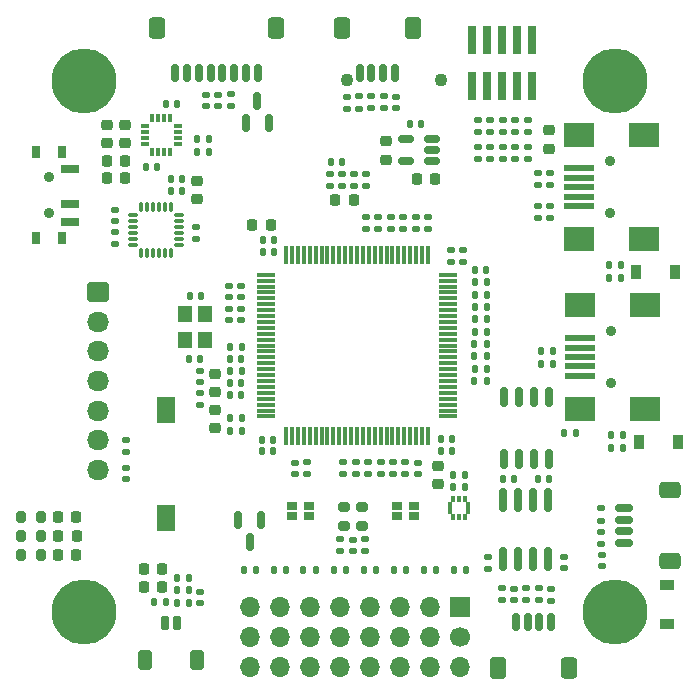
<source format=gts>
G04 #@! TF.GenerationSoftware,KiCad,Pcbnew,(6.0.1)*
G04 #@! TF.CreationDate,2022-07-12T15:15:51+02:00*
G04 #@! TF.ProjectId,flightController,666c6967-6874-4436-9f6e-74726f6c6c65,1.0*
G04 #@! TF.SameCoordinates,Original*
G04 #@! TF.FileFunction,Soldermask,Top*
G04 #@! TF.FilePolarity,Negative*
%FSLAX46Y46*%
G04 Gerber Fmt 4.6, Leading zero omitted, Abs format (unit mm)*
G04 Created by KiCad (PCBNEW (6.0.1)) date 2022-07-12 15:15:51*
%MOMM*%
%LPD*%
G01*
G04 APERTURE LIST*
G04 Aperture macros list*
%AMRoundRect*
0 Rectangle with rounded corners*
0 $1 Rounding radius*
0 $2 $3 $4 $5 $6 $7 $8 $9 X,Y pos of 4 corners*
0 Add a 4 corners polygon primitive as box body*
4,1,4,$2,$3,$4,$5,$6,$7,$8,$9,$2,$3,0*
0 Add four circle primitives for the rounded corners*
1,1,$1+$1,$2,$3*
1,1,$1+$1,$4,$5*
1,1,$1+$1,$6,$7*
1,1,$1+$1,$8,$9*
0 Add four rect primitives between the rounded corners*
20,1,$1+$1,$2,$3,$4,$5,0*
20,1,$1+$1,$4,$5,$6,$7,0*
20,1,$1+$1,$6,$7,$8,$9,0*
20,1,$1+$1,$8,$9,$2,$3,0*%
G04 Aperture macros list end*
%ADD10RoundRect,0.150000X-0.150000X0.675000X-0.150000X-0.675000X0.150000X-0.675000X0.150000X0.675000X0*%
%ADD11RoundRect,0.135000X0.135000X0.185000X-0.135000X0.185000X-0.135000X-0.185000X0.135000X-0.185000X0*%
%ADD12RoundRect,0.135000X-0.185000X0.135000X-0.185000X-0.135000X0.185000X-0.135000X0.185000X0.135000X0*%
%ADD13RoundRect,0.135000X-0.135000X-0.185000X0.135000X-0.185000X0.135000X0.185000X-0.135000X0.185000X0*%
%ADD14RoundRect,0.135000X0.185000X-0.135000X0.185000X0.135000X-0.185000X0.135000X-0.185000X-0.135000X0*%
%ADD15C,5.500000*%
%ADD16RoundRect,0.140000X-0.140000X-0.170000X0.140000X-0.170000X0.140000X0.170000X-0.140000X0.170000X0*%
%ADD17R,0.740000X2.400000*%
%ADD18RoundRect,0.140000X0.170000X-0.140000X0.170000X0.140000X-0.170000X0.140000X-0.170000X-0.140000X0*%
%ADD19RoundRect,0.225000X0.225000X0.250000X-0.225000X0.250000X-0.225000X-0.250000X0.225000X-0.250000X0*%
%ADD20RoundRect,0.218750X-0.218750X-0.256250X0.218750X-0.256250X0.218750X0.256250X-0.218750X0.256250X0*%
%ADD21RoundRect,0.218750X0.256250X-0.218750X0.256250X0.218750X-0.256250X0.218750X-0.256250X-0.218750X0*%
%ADD22RoundRect,0.140000X0.140000X0.170000X-0.140000X0.170000X-0.140000X-0.170000X0.140000X-0.170000X0*%
%ADD23RoundRect,0.150000X-0.150000X0.587500X-0.150000X-0.587500X0.150000X-0.587500X0.150000X0.587500X0*%
%ADD24R,0.750000X0.300000*%
%ADD25R,0.300000X0.750000*%
%ADD26RoundRect,0.200000X0.275000X-0.200000X0.275000X0.200000X-0.275000X0.200000X-0.275000X-0.200000X0*%
%ADD27R,1.600000X2.180000*%
%ADD28RoundRect,0.225000X0.250000X-0.225000X0.250000X0.225000X-0.250000X0.225000X-0.250000X-0.225000X0*%
%ADD29RoundRect,0.150000X-0.150000X0.825000X-0.150000X-0.825000X0.150000X-0.825000X0.150000X0.825000X0*%
%ADD30RoundRect,0.150000X0.512500X0.150000X-0.512500X0.150000X-0.512500X-0.150000X0.512500X-0.150000X0*%
%ADD31RoundRect,0.250000X-0.675000X0.600000X-0.675000X-0.600000X0.675000X-0.600000X0.675000X0.600000X0*%
%ADD32O,1.850000X1.700000*%
%ADD33RoundRect,0.140000X-0.170000X0.140000X-0.170000X-0.140000X0.170000X-0.140000X0.170000X0.140000X0*%
%ADD34R,0.900000X0.650000*%
%ADD35RoundRect,0.150000X0.150000X0.625000X-0.150000X0.625000X-0.150000X-0.625000X0.150000X-0.625000X0*%
%ADD36RoundRect,0.291666X0.408334X0.608334X-0.408334X0.608334X-0.408334X-0.608334X0.408334X-0.608334X0*%
%ADD37RoundRect,0.150000X0.625000X-0.150000X0.625000X0.150000X-0.625000X0.150000X-0.625000X-0.150000X0*%
%ADD38RoundRect,0.291666X0.608334X-0.408334X0.608334X0.408334X-0.608334X0.408334X-0.608334X-0.408334X0*%
%ADD39RoundRect,0.075000X0.075000X-0.350000X0.075000X0.350000X-0.075000X0.350000X-0.075000X-0.350000X0*%
%ADD40RoundRect,0.075000X0.350000X0.075000X-0.350000X0.075000X-0.350000X-0.075000X0.350000X-0.075000X0*%
%ADD41RoundRect,0.075000X-0.725000X-0.075000X0.725000X-0.075000X0.725000X0.075000X-0.725000X0.075000X0*%
%ADD42RoundRect,0.075000X-0.075000X-0.725000X0.075000X-0.725000X0.075000X0.725000X-0.075000X0.725000X0*%
%ADD43R,1.200000X1.400000*%
%ADD44RoundRect,0.150000X-0.150000X-0.475000X0.150000X-0.475000X0.150000X0.475000X-0.150000X0.475000X0*%
%ADD45RoundRect,0.312500X-0.312500X-0.537500X0.312500X-0.537500X0.312500X0.537500X-0.312500X0.537500X0*%
%ADD46RoundRect,0.150000X-0.150000X-0.625000X0.150000X-0.625000X0.150000X0.625000X-0.150000X0.625000X0*%
%ADD47RoundRect,0.291666X-0.408334X-0.620834X0.408334X-0.620834X0.408334X0.620834X-0.408334X0.620834X0*%
%ADD48RoundRect,0.291666X-0.408334X-0.608334X0.408334X-0.608334X0.408334X0.608334X-0.408334X0.608334X0*%
%ADD49RoundRect,0.291666X0.408334X0.620834X-0.408334X0.620834X-0.408334X-0.620834X0.408334X-0.620834X0*%
%ADD50RoundRect,0.225000X-0.225000X-0.250000X0.225000X-0.250000X0.225000X0.250000X-0.225000X0.250000X0*%
%ADD51R,1.200000X0.900000*%
%ADD52R,0.900000X1.200000*%
%ADD53RoundRect,0.007000X0.168000X-0.183000X0.168000X0.183000X-0.168000X0.183000X-0.168000X-0.183000X0*%
%ADD54R,1.700000X1.700000*%
%ADD55O,1.700000X1.700000*%
%ADD56C,0.900000*%
%ADD57R,2.500000X0.500000*%
%ADD58R,2.500000X2.000000*%
%ADD59C,1.700000*%
%ADD60RoundRect,0.150000X0.150000X-0.587500X0.150000X0.587500X-0.150000X0.587500X-0.150000X-0.587500X0*%
%ADD61RoundRect,0.200000X0.200000X0.275000X-0.200000X0.275000X-0.200000X-0.275000X0.200000X-0.275000X0*%
%ADD62R,0.800000X1.000000*%
%ADD63R,1.500000X0.700000*%
%ADD64RoundRect,0.225000X-0.250000X0.225000X-0.250000X-0.225000X0.250000X-0.225000X0.250000X0.225000X0*%
%ADD65C,1.100000*%
G04 APERTURE END LIST*
D10*
X115365000Y-109820000D03*
X114095000Y-109820000D03*
X112825000Y-109820000D03*
X111555000Y-109820000D03*
X111555000Y-115070000D03*
X112825000Y-115070000D03*
X114095000Y-115070000D03*
X115365000Y-115070000D03*
D11*
X105840000Y-124450000D03*
X104820000Y-124450000D03*
D12*
X111400000Y-125980000D03*
X111400000Y-127000000D03*
D13*
X89550000Y-124450000D03*
X90570000Y-124450000D03*
X92120000Y-124450000D03*
X93140000Y-124450000D03*
D11*
X95640000Y-124450000D03*
X94620000Y-124450000D03*
X98190000Y-124450000D03*
X97170000Y-124450000D03*
D13*
X99720000Y-124450000D03*
X100740000Y-124450000D03*
D14*
X109400000Y-89670000D03*
X109400000Y-88650000D03*
D11*
X103290000Y-124450000D03*
X102270000Y-124450000D03*
D14*
X110450000Y-89670000D03*
X110450000Y-88650000D03*
X111500000Y-89670000D03*
X111500000Y-88650000D03*
D11*
X107370000Y-124450000D03*
X108390000Y-124450000D03*
D14*
X112550000Y-89670000D03*
X112550000Y-88650000D03*
X113600000Y-89660000D03*
X113600000Y-88640000D03*
D13*
X114750000Y-107000000D03*
X115770000Y-107000000D03*
X114750000Y-105900000D03*
X115770000Y-105900000D03*
X116680000Y-112850000D03*
X117700000Y-112850000D03*
D12*
X115500000Y-90830000D03*
X115500000Y-91850000D03*
D14*
X114450000Y-94670000D03*
X114450000Y-93650000D03*
D12*
X114450000Y-90830000D03*
X114450000Y-91850000D03*
D14*
X115500000Y-94670000D03*
X115500000Y-93650000D03*
X99050000Y-116340000D03*
X99050000Y-115320000D03*
D15*
X76000000Y-128020000D03*
D16*
X107300000Y-117395480D03*
X108260000Y-117395480D03*
D17*
X114005000Y-79575000D03*
X114005000Y-83475000D03*
X112735000Y-79575000D03*
X112735000Y-83475000D03*
X111465000Y-79575000D03*
X111465000Y-83475000D03*
X110195000Y-79575000D03*
X110195000Y-83475000D03*
X108925000Y-79575000D03*
X108925000Y-83475000D03*
D13*
X81930000Y-127170000D03*
X82950000Y-127170000D03*
D16*
X83367500Y-92325000D03*
X84327500Y-92325000D03*
D18*
X85830000Y-108515000D03*
X85830000Y-107555000D03*
D19*
X105770000Y-91300000D03*
X104220000Y-91300000D03*
D11*
X84920000Y-126140000D03*
X83900000Y-126140000D03*
D20*
X97325000Y-93100000D03*
X98900000Y-93100000D03*
D12*
X112550000Y-86330000D03*
X112550000Y-87350000D03*
D21*
X115400000Y-88790000D03*
X115400000Y-87215000D03*
D14*
X102200000Y-116340000D03*
X102200000Y-115320000D03*
D22*
X89360000Y-109630000D03*
X88400000Y-109630000D03*
D16*
X96925000Y-89880000D03*
X97885000Y-89880000D03*
D23*
X91000000Y-120200000D03*
X89100000Y-120200000D03*
X90050000Y-122075000D03*
D24*
X84025000Y-88330000D03*
X84025000Y-87830000D03*
X84025000Y-87330000D03*
X84025000Y-86830000D03*
D25*
X83325000Y-86130000D03*
X82825000Y-86130000D03*
X82325000Y-86130000D03*
X81825000Y-86130000D03*
D24*
X81175000Y-86830000D03*
X81175000Y-87330000D03*
X81175000Y-87830000D03*
X81175000Y-88330000D03*
D25*
X81825000Y-89030000D03*
X82325000Y-89030000D03*
X82825000Y-89030000D03*
X83325000Y-89030000D03*
D26*
X99575000Y-120725000D03*
X99575000Y-119075000D03*
D27*
X82950000Y-110845000D03*
X82950000Y-120025000D03*
D16*
X106240000Y-113365000D03*
X107200000Y-113365000D03*
D18*
X89345000Y-103270000D03*
X89345000Y-102310000D03*
D28*
X85602500Y-93050000D03*
X85602500Y-91500000D03*
D29*
X115350000Y-118540000D03*
X114080000Y-118540000D03*
X112810000Y-118540000D03*
X111540000Y-118540000D03*
X111540000Y-123490000D03*
X112810000Y-123490000D03*
X114080000Y-123490000D03*
X115350000Y-123490000D03*
D22*
X92050000Y-113385000D03*
X91090000Y-113385000D03*
D12*
X113600000Y-86330000D03*
X113600000Y-87350000D03*
D30*
X105535000Y-89800000D03*
X105535000Y-88850000D03*
X105535000Y-87900000D03*
X103260000Y-87900000D03*
X103260000Y-89800000D03*
D31*
X77200000Y-100930000D03*
D32*
X77200000Y-103430000D03*
X77200000Y-105930000D03*
X77200000Y-108430000D03*
X77200000Y-110930000D03*
X77200000Y-113430000D03*
X77200000Y-115930000D03*
D12*
X99920000Y-94520000D03*
X99920000Y-95540000D03*
D11*
X110115000Y-106325000D03*
X109095000Y-106325000D03*
X89422500Y-111600000D03*
X88402500Y-111600000D03*
X110115000Y-105285000D03*
X109095000Y-105285000D03*
D18*
X88345000Y-103270000D03*
X88345000Y-102310000D03*
D33*
X85890000Y-126270000D03*
X85890000Y-127230000D03*
D28*
X101600000Y-89700000D03*
X101600000Y-88150000D03*
D22*
X89360000Y-108610000D03*
X88400000Y-108610000D03*
D34*
X93650000Y-119875000D03*
X93650000Y-119025000D03*
X95100000Y-119025000D03*
X95100000Y-119875000D03*
D16*
X109150000Y-99040000D03*
X110110000Y-99040000D03*
D14*
X98000000Y-116340000D03*
X98000000Y-115320000D03*
X100100000Y-116340000D03*
X100100000Y-115320000D03*
D12*
X96875000Y-90875000D03*
X96875000Y-91895000D03*
D35*
X90750000Y-82375000D03*
X89750000Y-82375000D03*
X88750000Y-82375000D03*
X87750000Y-82375000D03*
X86750000Y-82375000D03*
X85750000Y-82375000D03*
X84750000Y-82375000D03*
X83750000Y-82375000D03*
D36*
X82250000Y-78500000D03*
X92250000Y-78500000D03*
D13*
X85600000Y-89025000D03*
X86620000Y-89025000D03*
D22*
X85877500Y-106525000D03*
X84917500Y-106525000D03*
D18*
X78650000Y-94875000D03*
X78650000Y-93915000D03*
D37*
X121780000Y-122160000D03*
X121780000Y-121160000D03*
X121780000Y-120160000D03*
X121780000Y-119160000D03*
D38*
X125655000Y-117660000D03*
X125655000Y-123660000D03*
D22*
X83910000Y-84950000D03*
X82950000Y-84950000D03*
D12*
X94907500Y-115315000D03*
X94907500Y-116335000D03*
D20*
X73825000Y-123120000D03*
X75400000Y-123120000D03*
X77945000Y-89765000D03*
X79520000Y-89765000D03*
D18*
X98900000Y-91880000D03*
X98900000Y-90920000D03*
D21*
X87152500Y-112425000D03*
X87152500Y-110850000D03*
D13*
X109110000Y-100070000D03*
X110130000Y-100070000D03*
D39*
X80867500Y-97575000D03*
X81367500Y-97575000D03*
X81867500Y-97575000D03*
X82367500Y-97575000D03*
X82867500Y-97575000D03*
X83367500Y-97575000D03*
D40*
X84067500Y-96875000D03*
X84067500Y-96375000D03*
X84067500Y-95875000D03*
X84067500Y-95375000D03*
X84067500Y-94875000D03*
X84067500Y-94375000D03*
D39*
X83367500Y-93675000D03*
X82867500Y-93675000D03*
X82367500Y-93675000D03*
X81867500Y-93675000D03*
X81367500Y-93675000D03*
X80867500Y-93675000D03*
D40*
X80167500Y-94375000D03*
X80167500Y-94875000D03*
X80167500Y-95375000D03*
X80167500Y-95875000D03*
X80167500Y-96375000D03*
X80167500Y-96875000D03*
D22*
X92110000Y-97530000D03*
X91150000Y-97530000D03*
D12*
X110200000Y-123300000D03*
X110200000Y-124320000D03*
D19*
X91835000Y-95255000D03*
X90285000Y-95255000D03*
D20*
X73827500Y-121520000D03*
X75402500Y-121520000D03*
D18*
X99950000Y-91880000D03*
X99950000Y-90920000D03*
D16*
X85002500Y-101225000D03*
X85962500Y-101225000D03*
D12*
X98265000Y-84355000D03*
X98265000Y-85375000D03*
D22*
X92110000Y-96530000D03*
X91150000Y-96530000D03*
D14*
X88450000Y-85175000D03*
X88450000Y-84155000D03*
D41*
X91475000Y-99430000D03*
X91475000Y-99930000D03*
X91475000Y-100430000D03*
X91475000Y-100930000D03*
X91475000Y-101430000D03*
X91475000Y-101930000D03*
X91475000Y-102430000D03*
X91475000Y-102930000D03*
X91475000Y-103430000D03*
X91475000Y-103930000D03*
X91475000Y-104430000D03*
X91475000Y-104930000D03*
X91475000Y-105430000D03*
X91475000Y-105930000D03*
X91475000Y-106430000D03*
X91475000Y-106930000D03*
X91475000Y-107430000D03*
X91475000Y-107930000D03*
X91475000Y-108430000D03*
X91475000Y-108930000D03*
X91475000Y-109430000D03*
X91475000Y-109930000D03*
X91475000Y-110430000D03*
X91475000Y-110930000D03*
X91475000Y-111430000D03*
D42*
X93150000Y-113105000D03*
X93650000Y-113105000D03*
X94150000Y-113105000D03*
X94650000Y-113105000D03*
X95150000Y-113105000D03*
X95650000Y-113105000D03*
X96150000Y-113105000D03*
X96650000Y-113105000D03*
X97150000Y-113105000D03*
X97650000Y-113105000D03*
X98150000Y-113105000D03*
X98650000Y-113105000D03*
X99150000Y-113105000D03*
X99650000Y-113105000D03*
X100150000Y-113105000D03*
X100650000Y-113105000D03*
X101150000Y-113105000D03*
X101650000Y-113105000D03*
X102150000Y-113105000D03*
X102650000Y-113105000D03*
X103150000Y-113105000D03*
X103650000Y-113105000D03*
X104150000Y-113105000D03*
X104650000Y-113105000D03*
X105150000Y-113105000D03*
D41*
X106825000Y-111430000D03*
X106825000Y-110930000D03*
X106825000Y-110430000D03*
X106825000Y-109930000D03*
X106825000Y-109430000D03*
X106825000Y-108930000D03*
X106825000Y-108430000D03*
X106825000Y-107930000D03*
X106825000Y-107430000D03*
X106825000Y-106930000D03*
X106825000Y-106430000D03*
X106825000Y-105930000D03*
X106825000Y-105430000D03*
X106825000Y-104930000D03*
X106825000Y-104430000D03*
X106825000Y-103930000D03*
X106825000Y-103430000D03*
X106825000Y-102930000D03*
X106825000Y-102430000D03*
X106825000Y-101930000D03*
X106825000Y-101430000D03*
X106825000Y-100930000D03*
X106825000Y-100430000D03*
X106825000Y-99930000D03*
X106825000Y-99430000D03*
D42*
X105150000Y-97755000D03*
X104650000Y-97755000D03*
X104150000Y-97755000D03*
X103650000Y-97755000D03*
X103150000Y-97755000D03*
X102650000Y-97755000D03*
X102150000Y-97755000D03*
X101650000Y-97755000D03*
X101150000Y-97755000D03*
X100650000Y-97755000D03*
X100150000Y-97755000D03*
X99650000Y-97755000D03*
X99150000Y-97755000D03*
X98650000Y-97755000D03*
X98150000Y-97755000D03*
X97650000Y-97755000D03*
X97150000Y-97755000D03*
X96650000Y-97755000D03*
X96150000Y-97755000D03*
X95650000Y-97755000D03*
X95150000Y-97755000D03*
X94650000Y-97755000D03*
X94150000Y-97755000D03*
X93650000Y-97755000D03*
X93150000Y-97755000D03*
D33*
X98790000Y-121865000D03*
X98790000Y-122825000D03*
D43*
X84600000Y-102780000D03*
X84600000Y-104980000D03*
X86300000Y-104980000D03*
X86300000Y-102780000D03*
D18*
X79550000Y-116750000D03*
X79550000Y-115790000D03*
D11*
X121700000Y-113030000D03*
X120680000Y-113030000D03*
D18*
X89370000Y-101340000D03*
X89370000Y-100380000D03*
D12*
X104125000Y-94535000D03*
X104125000Y-95555000D03*
D34*
X102500000Y-119870000D03*
X102500000Y-119020000D03*
X103950000Y-119020000D03*
X103950000Y-119870000D03*
D14*
X103070000Y-95550000D03*
X103070000Y-94530000D03*
D13*
X83900000Y-127190000D03*
X84920000Y-127190000D03*
D15*
X121000000Y-128020000D03*
D44*
X82900000Y-128905000D03*
X83900000Y-128905000D03*
D45*
X85600000Y-132030000D03*
X81200000Y-132030000D03*
D46*
X112600000Y-128825000D03*
X113600000Y-128825000D03*
X114600000Y-128825000D03*
X115600000Y-128825000D03*
D47*
X111100000Y-132700000D03*
D48*
X117100000Y-132700000D03*
D33*
X93860000Y-115360000D03*
X93860000Y-116320000D03*
D18*
X107120000Y-98335000D03*
X107120000Y-97375000D03*
X112450000Y-127000000D03*
X112450000Y-126040000D03*
D12*
X109400000Y-86330000D03*
X109400000Y-87350000D03*
D22*
X115410000Y-116700000D03*
X114450000Y-116700000D03*
X92055000Y-114385000D03*
X91095000Y-114385000D03*
D18*
X102465000Y-85325000D03*
X102465000Y-84365000D03*
D16*
X103620000Y-86650000D03*
X104580000Y-86650000D03*
D21*
X105995000Y-117170480D03*
X105995000Y-115595480D03*
D35*
X102375000Y-82375000D03*
X101375000Y-82375000D03*
X100375000Y-82375000D03*
X99375000Y-82375000D03*
D49*
X103875000Y-78500000D03*
D36*
X97875000Y-78500000D03*
D13*
X109110000Y-101110000D03*
X110130000Y-101110000D03*
D20*
X77952500Y-91275000D03*
X79527500Y-91275000D03*
D13*
X88380000Y-107580000D03*
X89400000Y-107580000D03*
D33*
X85527500Y-95425000D03*
X85527500Y-96385000D03*
D18*
X116710000Y-124300000D03*
X116710000Y-123340000D03*
D11*
X110120000Y-104245000D03*
X109100000Y-104245000D03*
D16*
X111520000Y-116700000D03*
X112480000Y-116700000D03*
D33*
X97875000Y-90925000D03*
X97875000Y-91885000D03*
D12*
X102020000Y-94530000D03*
X102020000Y-95550000D03*
D50*
X81100000Y-125870000D03*
X82650000Y-125870000D03*
D51*
X125375000Y-125700000D03*
X125375000Y-129000000D03*
D22*
X89370000Y-106550000D03*
X88410000Y-106550000D03*
D18*
X108120000Y-98335000D03*
X108120000Y-97375000D03*
D52*
X126300000Y-113630000D03*
X123000000Y-113630000D03*
D13*
X83920000Y-125080000D03*
X84940000Y-125080000D03*
D12*
X113500000Y-125990000D03*
X113500000Y-127010000D03*
X111500000Y-86330000D03*
X111500000Y-87350000D03*
D14*
X101150000Y-116340000D03*
X101150000Y-115320000D03*
D11*
X110125000Y-107375000D03*
X109105000Y-107375000D03*
D53*
X107040000Y-118955480D03*
X107040000Y-119455480D03*
X107305000Y-119970480D03*
X107805000Y-119970480D03*
X108305000Y-119970480D03*
X108570000Y-119455480D03*
X108570000Y-118955480D03*
X108305000Y-118440480D03*
X107805000Y-118440480D03*
X107305000Y-118440480D03*
D16*
X107310000Y-116365480D03*
X108270000Y-116365480D03*
D14*
X97740000Y-122845000D03*
X97740000Y-121825000D03*
D54*
X107835000Y-127600000D03*
D55*
X105295000Y-127600000D03*
X102755000Y-127600000D03*
X100215000Y-127600000D03*
X97675000Y-127600000D03*
X95135000Y-127600000D03*
X92595000Y-127600000D03*
X90055000Y-127600000D03*
D20*
X73825000Y-119920000D03*
X75400000Y-119920000D03*
D56*
X120625000Y-104200000D03*
X120625000Y-108600000D03*
D57*
X118025000Y-108000000D03*
X118025000Y-107200000D03*
X118025000Y-106400000D03*
X118025000Y-105600000D03*
X118025000Y-104800000D03*
D58*
X118025000Y-110800000D03*
X123525000Y-102000000D03*
X118025000Y-102000000D03*
X123525000Y-110800000D03*
D18*
X85825000Y-110435000D03*
X85825000Y-109475000D03*
D33*
X86325000Y-84175000D03*
X86325000Y-85135000D03*
D11*
X110115000Y-108415000D03*
X109095000Y-108415000D03*
D59*
X107845000Y-130110000D03*
D55*
X107845000Y-132650000D03*
X105305000Y-130110000D03*
X105305000Y-132650000D03*
X102765000Y-130110000D03*
X102765000Y-132650000D03*
X100225000Y-130110000D03*
X100225000Y-132650000D03*
X97685000Y-130110000D03*
X97685000Y-132650000D03*
X95145000Y-130110000D03*
X95145000Y-132650000D03*
X92605000Y-130110000D03*
X92605000Y-132650000D03*
X90065000Y-130110000D03*
X90065000Y-132650000D03*
D18*
X119860000Y-124130000D03*
X119860000Y-123170000D03*
D56*
X120565000Y-89830000D03*
X120565000Y-94230000D03*
D57*
X117965000Y-93630000D03*
X117965000Y-92830000D03*
X117965000Y-92030000D03*
X117965000Y-91230000D03*
X117965000Y-90430000D03*
D58*
X123465000Y-87630000D03*
X117965000Y-87630000D03*
X123465000Y-96430000D03*
X117965000Y-96430000D03*
D12*
X115600000Y-126010000D03*
X115600000Y-127030000D03*
D16*
X106240000Y-114365000D03*
X107200000Y-114365000D03*
D13*
X120490000Y-99730000D03*
X121510000Y-99730000D03*
D26*
X98050000Y-120725000D03*
X98050000Y-119075000D03*
D60*
X89775000Y-86575000D03*
X91675000Y-86575000D03*
X90725000Y-84700000D03*
D11*
X89422500Y-112675000D03*
X88402500Y-112675000D03*
D12*
X99810000Y-121825000D03*
X99810000Y-122845000D03*
D61*
X72385000Y-123120000D03*
X70735000Y-123120000D03*
D11*
X121500000Y-98630000D03*
X120480000Y-98630000D03*
X110120000Y-103195000D03*
X109100000Y-103195000D03*
D13*
X85600000Y-87975000D03*
X86620000Y-87975000D03*
D61*
X72385000Y-121520000D03*
X70735000Y-121520000D03*
D56*
X73070000Y-94190000D03*
D62*
X71970000Y-89040000D03*
D56*
X73070000Y-91190000D03*
D62*
X74180000Y-96340000D03*
X71970000Y-96340000D03*
X74180000Y-89040000D03*
D63*
X74830000Y-90440000D03*
X74830000Y-93440000D03*
X74830000Y-94940000D03*
D13*
X120680000Y-114130000D03*
X121700000Y-114130000D03*
D12*
X105175000Y-94530000D03*
X105175000Y-95550000D03*
D50*
X81100000Y-124375000D03*
X82650000Y-124375000D03*
D16*
X83367500Y-91285000D03*
X84327500Y-91285000D03*
D28*
X77975000Y-88270000D03*
X77975000Y-86720000D03*
D14*
X103250000Y-116340000D03*
X103250000Y-115320000D03*
D13*
X88360000Y-105520000D03*
X89380000Y-105520000D03*
D16*
X81250000Y-90325000D03*
X82210000Y-90325000D03*
D15*
X76000000Y-83020000D03*
D14*
X100365000Y-85350000D03*
X100365000Y-84330000D03*
D33*
X104300000Y-115360000D03*
X104300000Y-116320000D03*
D52*
X126100000Y-99230000D03*
X122800000Y-99230000D03*
D12*
X110450000Y-86330000D03*
X110450000Y-87350000D03*
D14*
X79575000Y-114465000D03*
X79575000Y-113445000D03*
D12*
X119850000Y-121190000D03*
X119850000Y-122210000D03*
D61*
X72385000Y-119920000D03*
X70735000Y-119920000D03*
D12*
X114550000Y-125990000D03*
X114550000Y-127010000D03*
D15*
X121000000Y-83020000D03*
D14*
X78650000Y-96845000D03*
X78650000Y-95825000D03*
D64*
X87140000Y-107830000D03*
X87140000Y-109380000D03*
D33*
X87375000Y-84175000D03*
X87375000Y-85135000D03*
D11*
X110130000Y-102150000D03*
X109110000Y-102150000D03*
D18*
X88350000Y-101340000D03*
X88350000Y-100380000D03*
D14*
X99315000Y-85360000D03*
X99315000Y-84340000D03*
D12*
X100970000Y-94530000D03*
X100970000Y-95550000D03*
X101415000Y-84325000D03*
X101415000Y-85345000D03*
D64*
X79500000Y-86720000D03*
X79500000Y-88270000D03*
D12*
X119850000Y-119220000D03*
X119850000Y-120240000D03*
D65*
X98300000Y-82930000D03*
X106300000Y-82930000D03*
M02*

</source>
